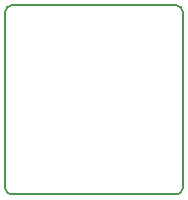
<source format=gm1>
G04 #@! TF.FileFunction,Profile,NP*
%FSLAX46Y46*%
G04 Gerber Fmt 4.6, Leading zero omitted, Abs format (unit mm)*
G04 Created by KiCad (PCBNEW 4.0.2-stable) date 26/07/2016 9:56:19 PM*
%MOMM*%
G01*
G04 APERTURE LIST*
%ADD10C,0.100000*%
%ADD11C,0.150000*%
G04 APERTURE END LIST*
D10*
D11*
X130250000Y-117500000D02*
X130250000Y-102500000D01*
X144750000Y-118000000D02*
X130750000Y-118000000D01*
X145250000Y-102500000D02*
X145250000Y-117500000D01*
X130750000Y-102000000D02*
X144750000Y-102000000D01*
X130750000Y-102000000D02*
G75*
G03X130250000Y-102500000I0J-500000D01*
G01*
X130250000Y-117500000D02*
G75*
G03X130750000Y-118000000I500000J0D01*
G01*
X144750000Y-118000000D02*
G75*
G03X145250000Y-117500000I0J500000D01*
G01*
X145250000Y-102500000D02*
G75*
G03X144750000Y-102000000I-500000J0D01*
G01*
M02*

</source>
